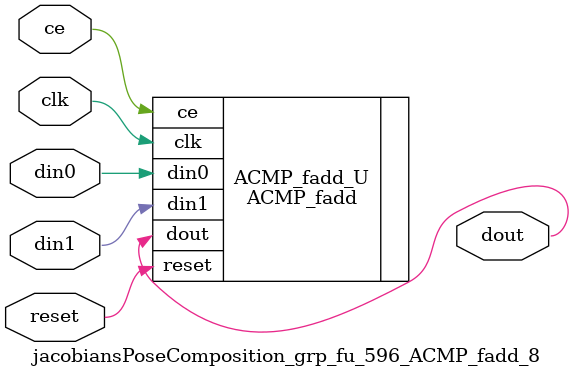
<source format=v>

`timescale 1 ns / 1 ps
module jacobiansPoseComposition_grp_fu_596_ACMP_fadd_8(
    clk,
    reset,
    ce,
    din0,
    din1,
    dout);

parameter ID = 32'd1;
parameter NUM_STAGE = 32'd1;
parameter din0_WIDTH = 32'd1;
parameter din1_WIDTH = 32'd1;
parameter dout_WIDTH = 32'd1;
input clk;
input reset;
input ce;
input[din0_WIDTH - 1:0] din0;
input[din1_WIDTH - 1:0] din1;
output[dout_WIDTH - 1:0] dout;



ACMP_fadd #(
.ID( ID ),
.NUM_STAGE( 4 ),
.din0_WIDTH( din0_WIDTH ),
.din1_WIDTH( din1_WIDTH ),
.dout_WIDTH( dout_WIDTH ))
ACMP_fadd_U(
    .clk( clk ),
    .reset( reset ),
    .ce( ce ),
    .din0( din0 ),
    .din1( din1 ),
    .dout( dout ));

endmodule

</source>
